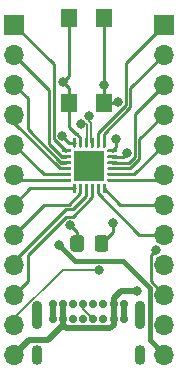
<source format=gbr>
%TF.GenerationSoftware,KiCad,Pcbnew,5.1.8+dfsg1-1~bpo10+1*%
%TF.CreationDate,2020-11-13T08:11:59-08:00*%
%TF.ProjectId,samd11d14_usb-c,73616d64-3131-4643-9134-5f7573622d63,B*%
%TF.SameCoordinates,Original*%
%TF.FileFunction,Copper,L1,Top*%
%TF.FilePolarity,Positive*%
%FSLAX46Y46*%
G04 Gerber Fmt 4.6, Leading zero omitted, Abs format (unit mm)*
G04 Created by KiCad (PCBNEW 5.1.8+dfsg1-1~bpo10+1) date 2020-11-13 08:11:59*
%MOMM*%
%LPD*%
G01*
G04 APERTURE LIST*
%TA.AperFunction,SMDPad,CuDef*%
%ADD10R,1.400000X1.600000*%
%TD*%
%TA.AperFunction,ComponentPad*%
%ADD11O,1.700000X1.700000*%
%TD*%
%TA.AperFunction,ComponentPad*%
%ADD12R,1.700000X1.700000*%
%TD*%
%TA.AperFunction,ComponentPad*%
%ADD13O,0.900000X1.700000*%
%TD*%
%TA.AperFunction,ComponentPad*%
%ADD14O,0.900000X2.400000*%
%TD*%
%TA.AperFunction,ComponentPad*%
%ADD15C,0.700000*%
%TD*%
%TA.AperFunction,SMDPad,CuDef*%
%ADD16R,2.600000X2.600000*%
%TD*%
%TA.AperFunction,ViaPad*%
%ADD17C,0.800000*%
%TD*%
%TA.AperFunction,Conductor*%
%ADD18C,0.508000*%
%TD*%
%TA.AperFunction,Conductor*%
%ADD19C,0.254000*%
%TD*%
%TA.AperFunction,Conductor*%
%ADD20C,0.381000*%
%TD*%
%TA.AperFunction,Conductor*%
%ADD21C,0.152400*%
%TD*%
G04 APERTURE END LIST*
D10*
%TO.P,SW101,2*%
%TO.N,GND*%
X115086000Y-93428000D03*
X115086000Y-100628000D03*
%TO.P,SW101,1*%
%TO.N,/~RESET*%
X118086000Y-93428000D03*
X118086000Y-100628000D03*
%TD*%
%TO.P,D101,2*%
%TO.N,Net-(D101-Pad2)*%
%TA.AperFunction,SMDPad,CuDef*%
G36*
G01*
X116390000Y-112071999D02*
X116390000Y-112972001D01*
G75*
G02*
X116140001Y-113222000I-249999J0D01*
G01*
X115489999Y-113222000D01*
G75*
G02*
X115240000Y-112972001I0J249999D01*
G01*
X115240000Y-112071999D01*
G75*
G02*
X115489999Y-111822000I249999J0D01*
G01*
X116140001Y-111822000D01*
G75*
G02*
X116390000Y-112071999I0J-249999D01*
G01*
G37*
%TD.AperFunction*%
%TO.P,D101,1*%
%TO.N,/PA27*%
%TA.AperFunction,SMDPad,CuDef*%
G36*
G01*
X118440000Y-112071999D02*
X118440000Y-112972001D01*
G75*
G02*
X118190001Y-113222000I-249999J0D01*
G01*
X117539999Y-113222000D01*
G75*
G02*
X117290000Y-112972001I0J249999D01*
G01*
X117290000Y-112071999D01*
G75*
G02*
X117539999Y-111822000I249999J0D01*
G01*
X118190001Y-111822000D01*
G75*
G02*
X118440000Y-112071999I0J-249999D01*
G01*
G37*
%TD.AperFunction*%
%TD*%
D11*
%TO.P,J103,12*%
%TO.N,+3V3*%
X123190000Y-121920000D03*
%TO.P,J103,11*%
%TO.N,GND*%
X123190000Y-119380000D03*
%TO.P,J103,10*%
%TO.N,/~RESET*%
X123190000Y-116840000D03*
%TO.P,J103,9*%
%TO.N,/PA27*%
X123190000Y-114300000D03*
%TO.P,J103,8*%
%TO.N,/PA14*%
X123190000Y-111760000D03*
%TO.P,J103,7*%
%TO.N,/PA15*%
X123190000Y-109220000D03*
%TO.P,J103,6*%
%TO.N,/PA16*%
X123190000Y-106680000D03*
%TO.P,J103,5*%
%TO.N,/PA17*%
X123190000Y-104140000D03*
%TO.P,J103,4*%
%TO.N,/PA22*%
X123190000Y-101600000D03*
%TO.P,J103,3*%
%TO.N,/PA23*%
X123190000Y-99060000D03*
%TO.P,J103,2*%
%TO.N,/PA30*%
X123190000Y-96520000D03*
D12*
%TO.P,J103,1*%
%TO.N,/PA31*%
X123190000Y-93980000D03*
%TD*%
D13*
%TO.P,J101,S1*%
%TO.N,GND*%
X121092000Y-121962000D03*
X112442000Y-121962000D03*
D14*
X121092000Y-118582000D03*
X112442000Y-118582000D03*
D15*
%TO.P,J101,B6*%
%TO.N,/D+*%
X117192000Y-118952000D03*
%TO.P,J101,B1*%
%TO.N,GND*%
X119742000Y-118952000D03*
%TO.P,J101,B4*%
%TO.N,+5V*%
X118892000Y-118952000D03*
%TO.P,J101,B5*%
%TO.N,Net-(J101-PadB5)*%
X118042000Y-118952000D03*
%TO.P,J101,B12*%
%TO.N,GND*%
X113792000Y-118952000D03*
%TO.P,J101,B8*%
%TO.N,N/C*%
X115492000Y-118952000D03*
%TO.P,J101,B7*%
%TO.N,/D-*%
X116342000Y-118952000D03*
%TO.P,J101,B9*%
%TO.N,+5V*%
X114642000Y-118952000D03*
%TO.P,J101,A12*%
%TO.N,GND*%
X119742000Y-117602000D03*
%TO.P,J101,A9*%
%TO.N,+5V*%
X118892000Y-117602000D03*
%TO.P,J101,A8*%
%TO.N,N/C*%
X118042000Y-117602000D03*
%TO.P,J101,A7*%
%TO.N,/D-*%
X117192000Y-117602000D03*
%TO.P,J101,A6*%
%TO.N,/D+*%
X116342000Y-117602000D03*
%TO.P,J101,A5*%
%TO.N,Net-(J101-PadA5)*%
X115492000Y-117602000D03*
%TO.P,J101,A4*%
%TO.N,+5V*%
X114642000Y-117602000D03*
%TO.P,J101,A1*%
%TO.N,GND*%
X113792000Y-117602000D03*
%TD*%
D16*
%TO.P,U102,25*%
%TO.N,N/C*%
X116840000Y-105918000D03*
%TO.P,U102,24*%
%TO.N,+3V3*%
%TA.AperFunction,SMDPad,CuDef*%
G36*
G01*
X115465000Y-104330500D02*
X115465000Y-103630500D01*
G75*
G02*
X115527500Y-103568000I62500J0D01*
G01*
X115652500Y-103568000D01*
G75*
G02*
X115715000Y-103630500I0J-62500D01*
G01*
X115715000Y-104330500D01*
G75*
G02*
X115652500Y-104393000I-62500J0D01*
G01*
X115527500Y-104393000D01*
G75*
G02*
X115465000Y-104330500I0J62500D01*
G01*
G37*
%TD.AperFunction*%
%TO.P,U102,23*%
%TO.N,GND*%
%TA.AperFunction,SMDPad,CuDef*%
G36*
G01*
X115965000Y-104330500D02*
X115965000Y-103630500D01*
G75*
G02*
X116027500Y-103568000I62500J0D01*
G01*
X116152500Y-103568000D01*
G75*
G02*
X116215000Y-103630500I0J-62500D01*
G01*
X116215000Y-104330500D01*
G75*
G02*
X116152500Y-104393000I-62500J0D01*
G01*
X116027500Y-104393000D01*
G75*
G02*
X115965000Y-104330500I0J62500D01*
G01*
G37*
%TD.AperFunction*%
%TO.P,U102,22*%
%TO.N,/D+*%
%TA.AperFunction,SMDPad,CuDef*%
G36*
G01*
X116465000Y-104330500D02*
X116465000Y-103630500D01*
G75*
G02*
X116527500Y-103568000I62500J0D01*
G01*
X116652500Y-103568000D01*
G75*
G02*
X116715000Y-103630500I0J-62500D01*
G01*
X116715000Y-104330500D01*
G75*
G02*
X116652500Y-104393000I-62500J0D01*
G01*
X116527500Y-104393000D01*
G75*
G02*
X116465000Y-104330500I0J62500D01*
G01*
G37*
%TD.AperFunction*%
%TO.P,U102,21*%
%TO.N,/D-*%
%TA.AperFunction,SMDPad,CuDef*%
G36*
G01*
X116965000Y-104330500D02*
X116965000Y-103630500D01*
G75*
G02*
X117027500Y-103568000I62500J0D01*
G01*
X117152500Y-103568000D01*
G75*
G02*
X117215000Y-103630500I0J-62500D01*
G01*
X117215000Y-104330500D01*
G75*
G02*
X117152500Y-104393000I-62500J0D01*
G01*
X117027500Y-104393000D01*
G75*
G02*
X116965000Y-104330500I0J62500D01*
G01*
G37*
%TD.AperFunction*%
%TO.P,U102,20*%
%TO.N,/PA31*%
%TA.AperFunction,SMDPad,CuDef*%
G36*
G01*
X117465000Y-104330500D02*
X117465000Y-103630500D01*
G75*
G02*
X117527500Y-103568000I62500J0D01*
G01*
X117652500Y-103568000D01*
G75*
G02*
X117715000Y-103630500I0J-62500D01*
G01*
X117715000Y-104330500D01*
G75*
G02*
X117652500Y-104393000I-62500J0D01*
G01*
X117527500Y-104393000D01*
G75*
G02*
X117465000Y-104330500I0J62500D01*
G01*
G37*
%TD.AperFunction*%
%TO.P,U102,19*%
%TO.N,/PA30*%
%TA.AperFunction,SMDPad,CuDef*%
G36*
G01*
X117965000Y-104330500D02*
X117965000Y-103630500D01*
G75*
G02*
X118027500Y-103568000I62500J0D01*
G01*
X118152500Y-103568000D01*
G75*
G02*
X118215000Y-103630500I0J-62500D01*
G01*
X118215000Y-104330500D01*
G75*
G02*
X118152500Y-104393000I-62500J0D01*
G01*
X118027500Y-104393000D01*
G75*
G02*
X117965000Y-104330500I0J62500D01*
G01*
G37*
%TD.AperFunction*%
%TO.P,U102,18*%
%TO.N,Net-(C104-Pad1)*%
%TA.AperFunction,SMDPad,CuDef*%
G36*
G01*
X118365000Y-104730500D02*
X118365000Y-104605500D01*
G75*
G02*
X118427500Y-104543000I62500J0D01*
G01*
X119127500Y-104543000D01*
G75*
G02*
X119190000Y-104605500I0J-62500D01*
G01*
X119190000Y-104730500D01*
G75*
G02*
X119127500Y-104793000I-62500J0D01*
G01*
X118427500Y-104793000D01*
G75*
G02*
X118365000Y-104730500I0J62500D01*
G01*
G37*
%TD.AperFunction*%
%TO.P,U102,17*%
%TO.N,/PA27*%
%TA.AperFunction,SMDPad,CuDef*%
G36*
G01*
X118365000Y-105230500D02*
X118365000Y-105105500D01*
G75*
G02*
X118427500Y-105043000I62500J0D01*
G01*
X119127500Y-105043000D01*
G75*
G02*
X119190000Y-105105500I0J-62500D01*
G01*
X119190000Y-105230500D01*
G75*
G02*
X119127500Y-105293000I-62500J0D01*
G01*
X118427500Y-105293000D01*
G75*
G02*
X118365000Y-105230500I0J62500D01*
G01*
G37*
%TD.AperFunction*%
%TO.P,U102,16*%
%TO.N,/PA23*%
%TA.AperFunction,SMDPad,CuDef*%
G36*
G01*
X118365000Y-105730500D02*
X118365000Y-105605500D01*
G75*
G02*
X118427500Y-105543000I62500J0D01*
G01*
X119127500Y-105543000D01*
G75*
G02*
X119190000Y-105605500I0J-62500D01*
G01*
X119190000Y-105730500D01*
G75*
G02*
X119127500Y-105793000I-62500J0D01*
G01*
X118427500Y-105793000D01*
G75*
G02*
X118365000Y-105730500I0J62500D01*
G01*
G37*
%TD.AperFunction*%
%TO.P,U102,15*%
%TO.N,/PA22*%
%TA.AperFunction,SMDPad,CuDef*%
G36*
G01*
X118365000Y-106230500D02*
X118365000Y-106105500D01*
G75*
G02*
X118427500Y-106043000I62500J0D01*
G01*
X119127500Y-106043000D01*
G75*
G02*
X119190000Y-106105500I0J-62500D01*
G01*
X119190000Y-106230500D01*
G75*
G02*
X119127500Y-106293000I-62500J0D01*
G01*
X118427500Y-106293000D01*
G75*
G02*
X118365000Y-106230500I0J62500D01*
G01*
G37*
%TD.AperFunction*%
%TO.P,U102,14*%
%TO.N,/PA17*%
%TA.AperFunction,SMDPad,CuDef*%
G36*
G01*
X118365000Y-106730500D02*
X118365000Y-106605500D01*
G75*
G02*
X118427500Y-106543000I62500J0D01*
G01*
X119127500Y-106543000D01*
G75*
G02*
X119190000Y-106605500I0J-62500D01*
G01*
X119190000Y-106730500D01*
G75*
G02*
X119127500Y-106793000I-62500J0D01*
G01*
X118427500Y-106793000D01*
G75*
G02*
X118365000Y-106730500I0J62500D01*
G01*
G37*
%TD.AperFunction*%
%TO.P,U102,13*%
%TO.N,/PA16*%
%TA.AperFunction,SMDPad,CuDef*%
G36*
G01*
X118365000Y-107230500D02*
X118365000Y-107105500D01*
G75*
G02*
X118427500Y-107043000I62500J0D01*
G01*
X119127500Y-107043000D01*
G75*
G02*
X119190000Y-107105500I0J-62500D01*
G01*
X119190000Y-107230500D01*
G75*
G02*
X119127500Y-107293000I-62500J0D01*
G01*
X118427500Y-107293000D01*
G75*
G02*
X118365000Y-107230500I0J62500D01*
G01*
G37*
%TD.AperFunction*%
%TO.P,U102,12*%
%TO.N,/PA15*%
%TA.AperFunction,SMDPad,CuDef*%
G36*
G01*
X117965000Y-108205500D02*
X117965000Y-107505500D01*
G75*
G02*
X118027500Y-107443000I62500J0D01*
G01*
X118152500Y-107443000D01*
G75*
G02*
X118215000Y-107505500I0J-62500D01*
G01*
X118215000Y-108205500D01*
G75*
G02*
X118152500Y-108268000I-62500J0D01*
G01*
X118027500Y-108268000D01*
G75*
G02*
X117965000Y-108205500I0J62500D01*
G01*
G37*
%TD.AperFunction*%
%TO.P,U102,11*%
%TO.N,/PA14*%
%TA.AperFunction,SMDPad,CuDef*%
G36*
G01*
X117465000Y-108205500D02*
X117465000Y-107505500D01*
G75*
G02*
X117527500Y-107443000I62500J0D01*
G01*
X117652500Y-107443000D01*
G75*
G02*
X117715000Y-107505500I0J-62500D01*
G01*
X117715000Y-108205500D01*
G75*
G02*
X117652500Y-108268000I-62500J0D01*
G01*
X117527500Y-108268000D01*
G75*
G02*
X117465000Y-108205500I0J62500D01*
G01*
G37*
%TD.AperFunction*%
%TO.P,U102,10*%
%TO.N,/PA11*%
%TA.AperFunction,SMDPad,CuDef*%
G36*
G01*
X116965000Y-108205500D02*
X116965000Y-107505500D01*
G75*
G02*
X117027500Y-107443000I62500J0D01*
G01*
X117152500Y-107443000D01*
G75*
G02*
X117215000Y-107505500I0J-62500D01*
G01*
X117215000Y-108205500D01*
G75*
G02*
X117152500Y-108268000I-62500J0D01*
G01*
X117027500Y-108268000D01*
G75*
G02*
X116965000Y-108205500I0J62500D01*
G01*
G37*
%TD.AperFunction*%
%TO.P,U102,9*%
%TO.N,/PA10*%
%TA.AperFunction,SMDPad,CuDef*%
G36*
G01*
X116465000Y-108205500D02*
X116465000Y-107505500D01*
G75*
G02*
X116527500Y-107443000I62500J0D01*
G01*
X116652500Y-107443000D01*
G75*
G02*
X116715000Y-107505500I0J-62500D01*
G01*
X116715000Y-108205500D01*
G75*
G02*
X116652500Y-108268000I-62500J0D01*
G01*
X116527500Y-108268000D01*
G75*
G02*
X116465000Y-108205500I0J62500D01*
G01*
G37*
%TD.AperFunction*%
%TO.P,U102,8*%
%TO.N,/PA09*%
%TA.AperFunction,SMDPad,CuDef*%
G36*
G01*
X115965000Y-108205500D02*
X115965000Y-107505500D01*
G75*
G02*
X116027500Y-107443000I62500J0D01*
G01*
X116152500Y-107443000D01*
G75*
G02*
X116215000Y-107505500I0J-62500D01*
G01*
X116215000Y-108205500D01*
G75*
G02*
X116152500Y-108268000I-62500J0D01*
G01*
X116027500Y-108268000D01*
G75*
G02*
X115965000Y-108205500I0J62500D01*
G01*
G37*
%TD.AperFunction*%
%TO.P,U102,7*%
%TO.N,/PA08*%
%TA.AperFunction,SMDPad,CuDef*%
G36*
G01*
X115465000Y-108205500D02*
X115465000Y-107505500D01*
G75*
G02*
X115527500Y-107443000I62500J0D01*
G01*
X115652500Y-107443000D01*
G75*
G02*
X115715000Y-107505500I0J-62500D01*
G01*
X115715000Y-108205500D01*
G75*
G02*
X115652500Y-108268000I-62500J0D01*
G01*
X115527500Y-108268000D01*
G75*
G02*
X115465000Y-108205500I0J62500D01*
G01*
G37*
%TD.AperFunction*%
%TO.P,U102,6*%
%TO.N,/PA07*%
%TA.AperFunction,SMDPad,CuDef*%
G36*
G01*
X114490000Y-107230500D02*
X114490000Y-107105500D01*
G75*
G02*
X114552500Y-107043000I62500J0D01*
G01*
X115252500Y-107043000D01*
G75*
G02*
X115315000Y-107105500I0J-62500D01*
G01*
X115315000Y-107230500D01*
G75*
G02*
X115252500Y-107293000I-62500J0D01*
G01*
X114552500Y-107293000D01*
G75*
G02*
X114490000Y-107230500I0J62500D01*
G01*
G37*
%TD.AperFunction*%
%TO.P,U102,5*%
%TO.N,/PA06*%
%TA.AperFunction,SMDPad,CuDef*%
G36*
G01*
X114490000Y-106730500D02*
X114490000Y-106605500D01*
G75*
G02*
X114552500Y-106543000I62500J0D01*
G01*
X115252500Y-106543000D01*
G75*
G02*
X115315000Y-106605500I0J-62500D01*
G01*
X115315000Y-106730500D01*
G75*
G02*
X115252500Y-106793000I-62500J0D01*
G01*
X114552500Y-106793000D01*
G75*
G02*
X114490000Y-106730500I0J62500D01*
G01*
G37*
%TD.AperFunction*%
%TO.P,U102,4*%
%TO.N,/PA05*%
%TA.AperFunction,SMDPad,CuDef*%
G36*
G01*
X114490000Y-106230500D02*
X114490000Y-106105500D01*
G75*
G02*
X114552500Y-106043000I62500J0D01*
G01*
X115252500Y-106043000D01*
G75*
G02*
X115315000Y-106105500I0J-62500D01*
G01*
X115315000Y-106230500D01*
G75*
G02*
X115252500Y-106293000I-62500J0D01*
G01*
X114552500Y-106293000D01*
G75*
G02*
X114490000Y-106230500I0J62500D01*
G01*
G37*
%TD.AperFunction*%
%TO.P,U102,3*%
%TO.N,/PA04*%
%TA.AperFunction,SMDPad,CuDef*%
G36*
G01*
X114490000Y-105730500D02*
X114490000Y-105605500D01*
G75*
G02*
X114552500Y-105543000I62500J0D01*
G01*
X115252500Y-105543000D01*
G75*
G02*
X115315000Y-105605500I0J-62500D01*
G01*
X115315000Y-105730500D01*
G75*
G02*
X115252500Y-105793000I-62500J0D01*
G01*
X114552500Y-105793000D01*
G75*
G02*
X114490000Y-105730500I0J62500D01*
G01*
G37*
%TD.AperFunction*%
%TO.P,U102,2*%
%TO.N,/PA03*%
%TA.AperFunction,SMDPad,CuDef*%
G36*
G01*
X114490000Y-105230500D02*
X114490000Y-105105500D01*
G75*
G02*
X114552500Y-105043000I62500J0D01*
G01*
X115252500Y-105043000D01*
G75*
G02*
X115315000Y-105105500I0J-62500D01*
G01*
X115315000Y-105230500D01*
G75*
G02*
X115252500Y-105293000I-62500J0D01*
G01*
X114552500Y-105293000D01*
G75*
G02*
X114490000Y-105230500I0J62500D01*
G01*
G37*
%TD.AperFunction*%
%TO.P,U102,1*%
%TO.N,/PA02*%
%TA.AperFunction,SMDPad,CuDef*%
G36*
G01*
X114490000Y-104730500D02*
X114490000Y-104605500D01*
G75*
G02*
X114552500Y-104543000I62500J0D01*
G01*
X115252500Y-104543000D01*
G75*
G02*
X115315000Y-104605500I0J-62500D01*
G01*
X115315000Y-104730500D01*
G75*
G02*
X115252500Y-104793000I-62500J0D01*
G01*
X114552500Y-104793000D01*
G75*
G02*
X114490000Y-104730500I0J62500D01*
G01*
G37*
%TD.AperFunction*%
%TD*%
D11*
%TO.P,J102,12*%
%TO.N,+5V*%
X110490000Y-121920000D03*
%TO.P,J102,11*%
%TO.N,/EN*%
X110490000Y-119380000D03*
%TO.P,J102,10*%
%TO.N,/PA11*%
X110490000Y-116840000D03*
%TO.P,J102,9*%
%TO.N,/PA10*%
X110490000Y-114300000D03*
%TO.P,J102,8*%
%TO.N,/PA09*%
X110490000Y-111760000D03*
%TO.P,J102,7*%
%TO.N,/PA08*%
X110490000Y-109220000D03*
%TO.P,J102,6*%
%TO.N,/PA07*%
X110490000Y-106680000D03*
%TO.P,J102,5*%
%TO.N,/PA06*%
X110490000Y-104140000D03*
%TO.P,J102,4*%
%TO.N,/PA05*%
X110490000Y-101600000D03*
%TO.P,J102,3*%
%TO.N,/PA04*%
X110490000Y-99060000D03*
%TO.P,J102,2*%
%TO.N,/PA03*%
X110490000Y-96520000D03*
D12*
%TO.P,J102,1*%
%TO.N,/PA02*%
X110490000Y-93980000D03*
%TD*%
D17*
%TO.N,GND*%
X114600000Y-98840000D03*
%TO.N,+5V*%
X120857206Y-116516106D03*
%TO.N,+3V3*%
X114551000Y-103381000D03*
X114269520Y-112654080D03*
%TO.N,Net-(C104-Pad1)*%
X119126000Y-103632000D03*
%TO.N,/PA27*%
X118850142Y-110793352D03*
X119992236Y-104878328D03*
%TO.N,/D+*%
X116133275Y-102386725D03*
%TO.N,/D-*%
X116806725Y-101713275D03*
%TO.N,/EN*%
X117690000Y-114740000D03*
%TO.N,/~RESET*%
X118086000Y-99084000D03*
X119230000Y-100500000D03*
X122490224Y-113084651D03*
%TO.N,Net-(D101-Pad2)*%
X115181188Y-110915949D03*
%TD*%
D18*
%TO.N,GND*%
X119742000Y-117602000D02*
X119742000Y-118952000D01*
X113792000Y-118952000D02*
X113792000Y-117602000D01*
D19*
X115696398Y-103288590D02*
X115086000Y-102678192D01*
X115810590Y-103288590D02*
X115696398Y-103288590D01*
X115086000Y-102678192D02*
X115086000Y-100628000D01*
X116090000Y-103568000D02*
X115810590Y-103288590D01*
X116090000Y-103980500D02*
X116090000Y-103568000D01*
X115086000Y-100628000D02*
X115086000Y-99326000D01*
X115086000Y-99326000D02*
X114600000Y-98840000D01*
X115086000Y-98354000D02*
X114600000Y-98840000D01*
X115086000Y-93428000D02*
X115086000Y-98354000D01*
D18*
%TO.N,+5V*%
X114642000Y-117602000D02*
X114642000Y-118952000D01*
X118892000Y-117602000D02*
X118892000Y-118952000D01*
X114903427Y-119708401D02*
X114642000Y-119446974D01*
X118630573Y-119708401D02*
X114903427Y-119708401D01*
X118892000Y-119446974D02*
X118630573Y-119708401D01*
X118892000Y-118952000D02*
X118892000Y-119446974D01*
X111704410Y-120705590D02*
X110490000Y-121920000D01*
X113383384Y-120705590D02*
X111704410Y-120705590D01*
X114642000Y-119446974D02*
X113383384Y-120705590D01*
X114642000Y-118952000D02*
X114642000Y-119446974D01*
X118892000Y-117107026D02*
X119482920Y-116516106D01*
X119482920Y-116516106D02*
X120857206Y-116516106D01*
X118892000Y-117602000D02*
X118892000Y-117107026D01*
D19*
%TO.N,+3V3*%
X115150500Y-103980500D02*
X114551000Y-103381000D01*
X115590000Y-103980500D02*
X115150500Y-103980500D01*
D20*
X121997099Y-120727099D02*
X123190000Y-121920000D01*
X119665959Y-113997099D02*
X121997099Y-116328239D01*
X115612539Y-113997099D02*
X119665959Y-113997099D01*
X121997099Y-116328239D02*
X121997099Y-120727099D01*
X114269520Y-112654080D02*
X115612539Y-113997099D01*
D19*
%TO.N,Net-(C104-Pad1)*%
X119126000Y-104319500D02*
X118777500Y-104668000D01*
X119126000Y-103632000D02*
X119126000Y-104319500D01*
%TO.N,/PA27*%
X118850142Y-111536858D02*
X117865000Y-112522000D01*
X118850142Y-110793352D02*
X118850142Y-111536858D01*
X119702564Y-105168000D02*
X119992236Y-104878328D01*
X118777500Y-105168000D02*
X119702564Y-105168000D01*
D21*
%TO.N,/D+*%
X116342000Y-118102000D02*
X117192000Y-118952000D01*
X116342000Y-117602000D02*
X116342000Y-118102000D01*
X116590000Y-103980500D02*
X116687600Y-103882900D01*
X116591198Y-102386725D02*
X116133275Y-102386725D01*
X116687600Y-103882900D02*
X116687600Y-102483127D01*
X116687600Y-102483127D02*
X116591198Y-102386725D01*
%TO.N,/D-*%
X116806725Y-102171198D02*
X116806725Y-101713275D01*
X117090000Y-103980500D02*
X116992400Y-103882900D01*
X116992400Y-102356873D02*
X116806725Y-102171198D01*
X116992400Y-103882900D02*
X116992400Y-102356873D01*
%TO.N,/EN*%
X114574301Y-114740000D02*
X110490000Y-118824301D01*
X110490000Y-118824301D02*
X110490000Y-119380000D01*
X117690000Y-114740000D02*
X114574301Y-114740000D01*
D19*
%TO.N,/PA11*%
X115448954Y-110236548D02*
X114855075Y-110236548D01*
X114855075Y-110236548D02*
X111619401Y-113472222D01*
X111619401Y-115710599D02*
X110490000Y-116840000D01*
X117090000Y-108595502D02*
X115448954Y-110236548D01*
X111619401Y-113472222D02*
X111619401Y-115710599D01*
X117090000Y-107855500D02*
X117090000Y-108595502D01*
%TO.N,/PA10*%
X110490000Y-114026872D02*
X110490000Y-114300000D01*
X115484340Y-109626411D02*
X114890461Y-109626411D01*
X116590000Y-107855500D02*
X116590000Y-108520751D01*
X116590000Y-108520751D02*
X115484340Y-109626411D01*
X114890461Y-109626411D02*
X110490000Y-114026872D01*
%TO.N,/PA09*%
X116090000Y-107855500D02*
X116090000Y-108268000D01*
X113030000Y-109220000D02*
X110490000Y-111760000D01*
X116090000Y-108268000D02*
X115138000Y-109220000D01*
X115138000Y-109220000D02*
X113030000Y-109220000D01*
%TO.N,/PA08*%
X111854500Y-107855500D02*
X110490000Y-109220000D01*
X115590000Y-107855500D02*
X111854500Y-107855500D01*
%TO.N,/PA07*%
X110978000Y-107168000D02*
X110490000Y-106680000D01*
X114902500Y-107168000D02*
X110978000Y-107168000D01*
%TO.N,/PA06*%
X113018000Y-106668000D02*
X110490000Y-104140000D01*
X114902500Y-106668000D02*
X113018000Y-106668000D01*
%TO.N,/PA05*%
X110490000Y-102301036D02*
X110490000Y-101600000D01*
X114356964Y-106168000D02*
X110490000Y-102301036D01*
X114902500Y-106168000D02*
X114356964Y-106168000D01*
%TO.N,/PA04*%
X111619401Y-100189401D02*
X110490000Y-99060000D01*
X111619401Y-102855686D02*
X111619401Y-100189401D01*
X114431715Y-105668000D02*
X111619401Y-102855686D01*
X114902500Y-105668000D02*
X114431715Y-105668000D01*
%TO.N,/PA03*%
X114902500Y-105168000D02*
X114506466Y-105168000D01*
X113465187Y-99495187D02*
X110490000Y-96520000D01*
X114506466Y-105168000D02*
X113465187Y-104126721D01*
X113465187Y-104126721D02*
X113465187Y-99495187D01*
%TO.N,/PA02*%
X114902500Y-104668000D02*
X114832484Y-104668000D01*
X113871598Y-103707114D02*
X113871598Y-97361598D01*
X114832484Y-104668000D02*
X113871598Y-103707114D01*
X113871598Y-97361598D02*
X110490000Y-93980000D01*
%TO.N,/~RESET*%
X118086000Y-100628000D02*
X118086000Y-99084000D01*
X118086000Y-97814000D02*
X118086000Y-99084000D01*
X118086000Y-93428000D02*
X118086000Y-97814000D01*
X118086000Y-100628000D02*
X119102000Y-100628000D01*
X119102000Y-100628000D02*
X119230000Y-100500000D01*
X122060599Y-115710599D02*
X123190000Y-116840000D01*
X122060599Y-113514276D02*
X122060599Y-115710599D01*
X122490224Y-113084651D02*
X122060599Y-113514276D01*
%TO.N,/PA31*%
X119909402Y-100826114D02*
X119909402Y-97260598D01*
X117590000Y-103980500D02*
X117590000Y-103145516D01*
X119909402Y-97260598D02*
X123190000Y-93980000D01*
X117590000Y-103145516D02*
X119909402Y-100826114D01*
%TO.N,/PA30*%
X120315813Y-100994454D02*
X120315813Y-99394187D01*
X118090000Y-103220267D02*
X120315813Y-100994454D01*
X118090000Y-103980500D02*
X118090000Y-103220267D01*
X120315813Y-99394187D02*
X123190000Y-96520000D01*
%TO.N,/PA23*%
X118777500Y-105668000D02*
X120208080Y-105668000D01*
X120208080Y-105668000D02*
X120671638Y-105204442D01*
X120671638Y-101578362D02*
X123190000Y-99060000D01*
X120671638Y-105204442D02*
X120671638Y-101578362D01*
%TO.N,/PA22*%
X118777500Y-106168000D02*
X120293070Y-106168000D01*
X121078049Y-105383021D02*
X121078049Y-103711951D01*
X121078049Y-103711951D02*
X123190000Y-101600000D01*
X120293070Y-106168000D02*
X121078049Y-105383021D01*
%TO.N,/PA17*%
X120662000Y-106668000D02*
X123190000Y-104140000D01*
X118777500Y-106668000D02*
X120662000Y-106668000D01*
%TO.N,/PA16*%
X122702000Y-107168000D02*
X123190000Y-106680000D01*
X118777500Y-107168000D02*
X122702000Y-107168000D01*
%TO.N,/PA15*%
X119454500Y-109220000D02*
X123190000Y-109220000D01*
X118090000Y-107855500D02*
X119454500Y-109220000D01*
%TO.N,/PA14*%
X121082000Y-111760000D02*
X123190000Y-111760000D01*
X117590000Y-108268000D02*
X121082000Y-111760000D01*
X117590000Y-107855500D02*
X117590000Y-108268000D01*
%TO.N,Net-(D101-Pad2)*%
X115815000Y-112522000D02*
X115815000Y-111549761D01*
X115815000Y-111549761D02*
X115181188Y-110915949D01*
%TD*%
M02*

</source>
